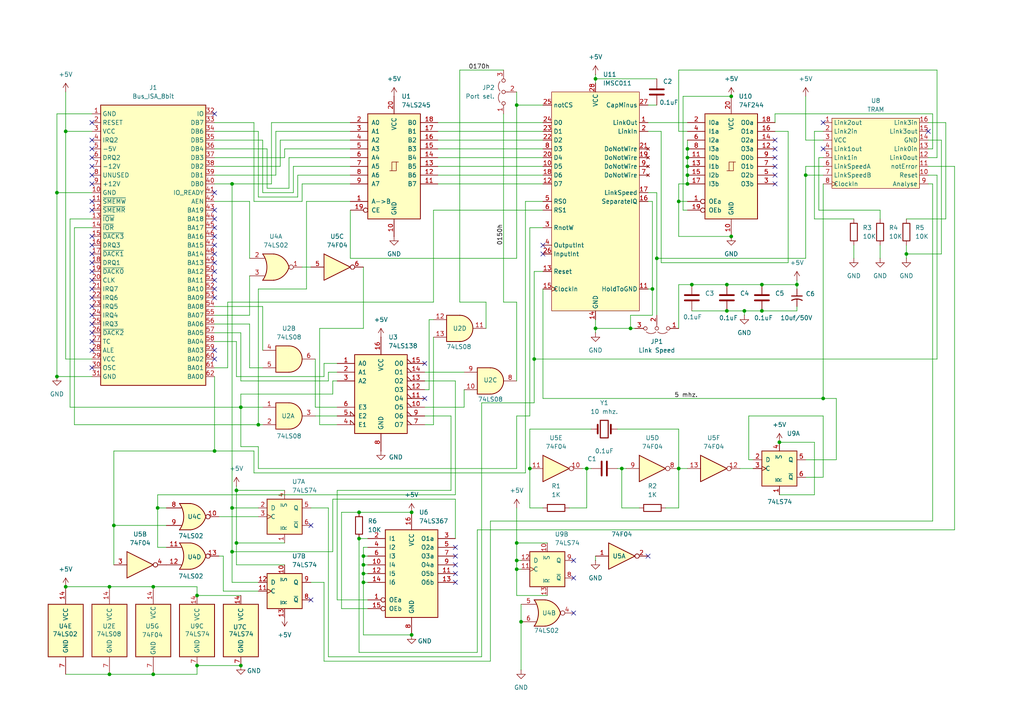
<source format=kicad_sch>
(kicad_sch (version 20250114) (generator "eeschema") (generator_version "9.0")
  (paper "A4")
  (title_block (title "Transputer ISA board") (date "Jun/02/2025") (rev "3") (company "© Copyright 2025 Oscar Toledo G. (nanochess)") (comment 1 "Released under MIT license"))
  (junction (at 16.51 109.22))
  (junction (at 172.72 95.25))
  (junction (at 154.94 104.14))
  (junction (at 151.13 180.34))
  (junction (at 69.85 118.11))
  (junction (at 44.45 195.58))
  (junction (at 19.05 170.18))
  (junction (at 69.85 193.04))
  (junction (at 68.58 142.24))
  (junction (at 220.98 82.55))
  (junction (at 62.23 130.81))
  (junction (at 212.09 27.94))
  (junction (at 67.31 147.32))
  (junction (at 105.41 161.29))
  (junction (at 199.39 48.26))
  (junction (at 105.41 168.91))
  (junction (at 180.34 135.89))
  (junction (at 105.41 166.37))
  (junction (at 199.39 53.34))
  (junction (at 19.05 38.1))
  (junction (at 74.93 123.19))
  (junction (at 233.68 50.8))
  (junction (at 33.02 152.4))
  (junction (at 199.39 45.72))
  (junction (at 199.39 43.18))
  (junction (at 170.18 135.89))
  (junction (at 210.82 90.17))
  (junction (at 189.23 83.82))
  (junction (at 210.82 82.55))
  (junction (at 149.86 30.48))
  (junction (at 104.14 156.21))
  (junction (at 67.31 53.34))
  (junction (at 119.38 184.15))
  (junction (at 57.15 193.04))
  (junction (at 196.85 58.42))
  (junction (at 182.88 95.25))
  (junction (at 44.45 170.18))
  (junction (at 220.98 90.17))
  (junction (at 31.75 170.18))
  (junction (at 149.86 165.1))
  (junction (at 105.41 163.83))
  (junction (at 231.14 82.55))
  (junction (at 119.38 148.59))
  (junction (at 153.67 135.89))
  (junction (at 262.89 73.66))
  (junction (at 45.72 147.32))
  (junction (at 57.15 172.72))
  (junction (at 215.9 90.17))
  (junction (at 212.09 68.58))
  (junction (at 190.5 74.93))
  (junction (at 172.72 22.86))
  (junction (at 104.14 148.59))
  (junction (at 226.06 128.27))
  (junction (at 149.86 162.56))
  (junction (at 149.86 157.48))
  (junction (at 16.51 55.88))
  (junction (at 238.76 115.57))
  (junction (at 200.66 82.55))
  (junction (at 196.85 135.89))
  (junction (at 68.58 157.48))
  (junction (at 31.75 195.58))
  (junction (at 67.31 160.02))
  (junction (at 199.39 50.8))
  (no_connect (at 26.67 78.74))
  (no_connect (at 224.79 53.34))
  (no_connect (at 62.23 78.74))
  (no_connect (at 26.67 106.68))
  (no_connect (at 90.17 152.4))
  (no_connect (at 90.17 173.99))
  (no_connect (at 26.67 68.58))
  (no_connect (at 26.67 50.8))
  (no_connect (at 26.67 99.06))
  (no_connect (at 26.67 40.64))
  (no_connect (at 62.23 81.28))
  (no_connect (at 157.48 73.66))
  (no_connect (at 26.67 71.12))
  (no_connect (at 62.23 66.04))
  (no_connect (at 26.67 53.34))
  (no_connect (at 26.67 96.52))
  (no_connect (at 26.67 83.82))
  (no_connect (at 166.37 177.8))
  (no_connect (at 224.79 43.18))
  (no_connect (at 26.67 81.28))
  (no_connect (at 224.79 50.8))
  (no_connect (at 26.67 93.98))
  (no_connect (at 166.37 167.64))
  (no_connect (at 26.67 58.42))
  (no_connect (at 62.23 60.96))
  (no_connect (at 132.08 168.91))
  (no_connect (at 26.67 101.6))
  (no_connect (at 26.67 43.18))
  (no_connect (at 224.79 40.64))
  (no_connect (at 269.24 38.1))
  (no_connect (at 62.23 104.14))
  (no_connect (at 62.23 83.82))
  (no_connect (at 62.23 55.88))
  (no_connect (at 187.96 161.29))
  (no_connect (at 62.23 76.2))
  (no_connect (at 62.23 71.12))
  (no_connect (at 26.67 45.72))
  (no_connect (at 123.19 105.41))
  (no_connect (at 238.76 35.56))
  (no_connect (at 62.23 101.6))
  (no_connect (at 62.23 86.36))
  (no_connect (at 26.67 76.2))
  (no_connect (at 224.79 48.26))
  (no_connect (at 62.23 33.02))
  (no_connect (at 26.67 88.9))
  (no_connect (at 26.67 60.96))
  (no_connect (at 157.48 71.12))
  (no_connect (at 26.67 48.26))
  (no_connect (at 224.79 45.72))
  (no_connect (at 132.08 158.75))
  (no_connect (at 62.23 68.58))
  (no_connect (at 26.67 91.44))
  (no_connect (at 132.08 161.29))
  (no_connect (at 26.67 73.66))
  (no_connect (at 123.19 115.57))
  (no_connect (at 62.23 63.5))
  (no_connect (at 238.76 43.18))
  (no_connect (at 26.67 35.56))
  (no_connect (at 132.08 166.37))
  (no_connect (at 166.37 162.56))
  (no_connect (at 62.23 73.66))
  (no_connect (at 132.08 163.83))
  (no_connect (at 26.67 86.36))
  (wire (pts (xy 198.12 60.96) (xy 199.39 60.96)))
  (wire (pts (xy 31.75 170.18) (xy 44.45 170.18)))
  (wire (pts (xy 187.96 35.56) (xy 199.39 35.56)))
  (wire (pts (xy 138.43 153.67) (xy 138.43 189.23)))
  (wire (pts (xy 62.23 88.9) (xy 76.2 88.9)))
  (wire (pts (xy 62.23 130.81) (xy 33.02 130.81)))
  (wire (pts (xy 153.67 124.46) (xy 153.67 135.89)))
  (wire (pts (xy 151.13 180.34) (xy 151.13 194.31)))
  (wire (pts (xy 63.5 161.29) (xy 64.77 161.29)))
  (wire (pts (xy 26.67 104.14) (xy 19.05 104.14)))
  (wire (pts (xy 271.78 50.8) (xy 271.78 104.14)))
  (wire (pts (xy 142.24 191.77) (xy 142.24 151.13)))
  (wire (pts (xy 199.39 48.26) (xy 199.39 50.8)))
  (wire (pts (xy 74.93 83.82) (xy 74.93 123.19)))
  (wire (pts (xy 127 35.56) (xy 157.48 35.56)))
  (wire (pts (xy 191.77 38.1) (xy 191.77 76.2)))
  (wire (pts (xy 133.35 87.63) (xy 140.97 87.63)))
  (wire (pts (xy 210.82 82.55) (xy 220.98 82.55)))
  (wire (pts (xy 199.39 45.72) (xy 199.39 48.26)))
  (wire (pts (xy 236.22 143.51) (xy 236.22 128.27)))
  (wire (pts (xy 157.48 115.57) (xy 238.76 115.57)))
  (wire (pts (xy 190.5 74.93) (xy 190.5 55.88)))
  (wire (pts (xy 62.23 48.26) (xy 81.28 48.26)))
  (wire (pts (xy 105.41 184.15) (xy 105.41 168.91)))
  (wire (pts (xy 157.48 83.82) (xy 157.48 115.57)))
  (wire (pts (xy 238.76 45.72) (xy 237.49 45.72)))
  (wire (pts (xy 276.86 48.26) (xy 276.86 153.67)))
  (wire (pts (xy 72.39 58.42) (xy 72.39 74.93)))
  (wire (pts (xy 73.66 35.56) (xy 73.66 58.42)))
  (wire (pts (xy 269.24 50.8) (xy 271.78 50.8)))
  (wire (pts (xy 62.23 58.42) (xy 72.39 58.42)))
  (wire (pts (xy 80.01 50.8) (xy 80.01 38.1)))
  (wire (pts (xy 189.23 83.82) (xy 189.23 58.42)))
  (wire (pts (xy 76.2 101.6) (xy 76.2 88.9)))
  (wire (pts (xy 33.02 152.4) (xy 33.02 163.83)))
  (wire (pts (xy 90.17 168.91) (xy 93.98 168.91)))
  (wire (pts (xy 179.07 124.46) (xy 196.85 124.46)))
  (wire (pts (xy 196.85 53.34) (xy 196.85 58.42)))
  (wire (pts (xy 215.9 90.17) (xy 215.9 91.44)))
  (wire (pts (xy 172.72 92.71) (xy 172.72 95.25)))
  (wire (pts (xy 105.41 168.91) (xy 106.68 168.91)))
  (wire (pts (xy 196.85 82.55) (xy 200.66 82.55)))
  (wire (pts (xy 68.58 109.22) (xy 93.98 109.22)))
  (wire (pts (xy 62.23 106.68) (xy 66.04 106.68)))
  (wire (pts (xy 68.58 157.48) (xy 68.58 163.83)))
  (wire (pts (xy 62.23 91.44) (xy 72.39 91.44)))
  (wire (pts (xy 238.76 48.26) (xy 233.68 48.26)))
  (wire (pts (xy 125.73 97.79) (xy 125.73 123.19)))
  (wire (pts (xy 270.51 33.02) (xy 224.79 33.02)))
  (wire (pts (xy 172.72 95.25) (xy 172.72 96.52)))
  (wire (pts (xy 123.19 110.49) (xy 132.08 110.49)))
  (wire (pts (xy 64.77 171.45) (xy 74.93 171.45)))
  (wire (pts (xy 86.36 57.15) (xy 86.36 50.8)))
  (wire (pts (xy 99.06 148.59) (xy 104.14 148.59)))
  (wire (pts (xy 81.28 48.26) (xy 81.28 40.64)))
  (wire (pts (xy 196.85 135.89) (xy 199.39 135.89)))
  (wire (pts (xy 67.31 160.02) (xy 96.52 160.02)))
  (wire (pts (xy 149.86 120.65) (xy 149.86 135.89)))
  (wire (pts (xy 149.86 162.56) (xy 149.86 165.1)))
  (wire (pts (xy 26.67 66.04) (xy 21.59 66.04)))
  (wire (pts (xy 199.39 43.18) (xy 199.39 45.72)))
  (wire (pts (xy 271.78 45.72) (xy 269.24 45.72)))
  (wire (pts (xy 69.85 96.52) (xy 69.85 110.49)))
  (wire (pts (xy 226.06 143.51) (xy 236.22 143.51)))
  (wire (pts (xy 196.85 135.89) (xy 196.85 147.32)))
  (wire (pts (xy 146.05 87.63) (xy 146.05 33.02)))
  (wire (pts (xy 189.23 58.42) (xy 187.96 58.42)))
  (wire (pts (xy 67.31 160.02) (xy 67.31 168.91)))
  (wire (pts (xy 199.39 50.8) (xy 199.39 53.34)))
  (wire (pts (xy 189.23 83.82) (xy 189.23 91.44)))
  (wire (pts (xy 45.72 147.32) (xy 45.72 158.75)))
  (wire (pts (xy 69.85 172.72) (xy 57.15 172.72)))
  (wire (pts (xy 196.85 68.58) (xy 212.09 68.58)))
  (wire (pts (xy 152.4 58.42) (xy 152.4 137.16)))
  (wire (pts (xy 78.74 35.56) (xy 78.74 53.34)))
  (wire (pts (xy 233.68 40.64) (xy 233.68 27.94)))
  (wire (pts (xy 69.85 110.49) (xy 95.25 110.49)))
  (wire (pts (xy 105.41 163.83) (xy 106.68 163.83)))
  (wire (pts (xy 127 48.26) (xy 157.48 48.26)))
  (wire (pts (xy 271.78 104.14) (xy 154.94 104.14)))
  (wire (pts (xy 19.05 170.18) (xy 31.75 170.18)))
  (wire (pts (xy 233.68 50.8) (xy 233.68 74.93)))
  (wire (pts (xy 62.23 45.72) (xy 82.55 45.72)))
  (wire (pts (xy 69.85 114.3) (xy 96.52 114.3)))
  (wire (pts (xy 57.15 195.58) (xy 57.15 193.04)))
  (wire (pts (xy 140.97 87.63) (xy 140.97 95.25)))
  (wire (pts (xy 62.23 99.06) (xy 68.58 99.06)))
  (wire (pts (xy 158.75 172.72) (xy 149.86 172.72)))
  (wire (pts (xy 154.94 104.14) (xy 154.94 116.84)))
  (wire (pts (xy 91.44 104.14) (xy 91.44 118.11)))
  (wire (pts (xy 78.74 53.34) (xy 67.31 53.34)))
  (wire (pts (xy 68.58 140.97) (xy 68.58 142.24)))
  (wire (pts (xy 95.25 147.32) (xy 90.17 147.32)))
  (wire (pts (xy 105.41 166.37) (xy 106.68 166.37)))
  (wire (pts (xy 127 43.18) (xy 157.48 43.18)))
  (wire (pts (xy 119.38 184.15) (xy 105.41 184.15)))
  (wire (pts (xy 220.98 82.55) (xy 231.14 82.55)))
  (wire (pts (xy 93.98 109.22) (xy 93.98 105.41)))
  (wire (pts (xy 149.86 135.89) (xy 74.93 135.89)))
  (wire (pts (xy 95.25 190.5) (xy 95.25 147.32)))
  (wire (pts (xy 81.28 40.64) (xy 101.6 40.64)))
  (wire (pts (xy 96.52 144.78) (xy 132.08 144.78)))
  (wire (pts (xy 153.67 135.89) (xy 153.67 147.32)))
  (wire (pts (xy 238.76 40.64) (xy 233.68 40.64)))
  (wire (pts (xy 62.23 38.1) (xy 74.93 38.1)))
  (wire (pts (xy 191.77 76.2) (xy 228.6 76.2)))
  (wire (pts (xy 101.6 74.93) (xy 149.86 74.93)))
  (wire (pts (xy 123.19 113.03) (xy 124.46 113.03)))
  (wire (pts (xy 77.47 54.61) (xy 83.82 54.61)))
  (wire (pts (xy 69.85 129.54) (xy 69.85 118.11)))
  (wire (pts (xy 196.85 147.32) (xy 193.04 147.32)))
  (wire (pts (xy 62.23 93.98) (xy 72.39 93.98)))
  (wire (pts (xy 66.04 87.63) (xy 125.73 87.63)))
  (wire (pts (xy 74.93 83.82) (xy 88.9 83.82)))
  (wire (pts (xy 146.05 20.32) (xy 133.35 20.32)))
  (wire (pts (xy 125.73 60.96) (xy 157.48 60.96)))
  (wire (pts (xy 149.86 157.48) (xy 158.75 157.48)))
  (wire (pts (xy 149.86 110.49) (xy 149.86 87.63)))
  (wire (pts (xy 67.31 53.34) (xy 67.31 147.32)))
  (wire (pts (xy 153.67 147.32) (xy 157.48 147.32)))
  (wire (pts (xy 96.52 110.49) (xy 96.52 114.3)))
  (wire (pts (xy 86.36 50.8) (xy 101.6 50.8)))
  (wire (pts (xy 238.76 138.43) (xy 238.76 120.65)))
  (wire (pts (xy 19.05 26.67) (xy 19.05 38.1)))
  (wire (pts (xy 270.51 151.13) (xy 270.51 53.34)))
  (wire (pts (xy 87.63 53.34) (xy 101.6 53.34)))
  (wire (pts (xy 170.18 135.89) (xy 170.18 147.32)))
  (wire (pts (xy 149.86 30.48) (xy 157.48 30.48)))
  (wire (pts (xy 96.52 160.02) (xy 96.52 144.78)))
  (wire (pts (xy 105.41 163.83) (xy 105.41 161.29)))
  (wire (pts (xy 76.2 55.88) (xy 85.09 55.88)))
  (wire (pts (xy 57.15 170.18) (xy 44.45 170.18)))
  (wire (pts (xy 105.41 166.37) (xy 105.41 163.83)))
  (wire (pts (xy 105.41 168.91) (xy 105.41 166.37)))
  (wire (pts (xy 64.77 161.29) (xy 64.77 171.45)))
  (wire (pts (xy 62.23 130.81) (xy 73.66 130.81)))
  (wire (pts (xy 233.68 74.93) (xy 190.5 74.93)))
  (wire (pts (xy 16.51 109.22) (xy 26.67 109.22)))
  (wire (pts (xy 127 50.8) (xy 157.48 50.8)))
  (wire (pts (xy 180.34 135.89) (xy 180.34 147.32)))
  (wire (pts (xy 182.88 91.44) (xy 182.88 95.25)))
  (wire (pts (xy 104.14 156.21) (xy 106.68 156.21)))
  (wire (pts (xy 231.14 81.28) (xy 231.14 82.55)))
  (wire (pts (xy 168.91 135.89) (xy 170.18 135.89)))
  (wire (pts (xy 170.18 147.32) (xy 165.1 147.32)))
  (wire (pts (xy 127 45.72) (xy 157.48 45.72)))
  (wire (pts (xy 217.17 120.65) (xy 217.17 133.35)))
  (wire (pts (xy 69.85 118.11) (xy 76.2 118.11)))
  (wire (pts (xy 196.85 58.42) (xy 196.85 68.58)))
  (wire (pts (xy 170.18 135.89) (xy 171.45 135.89)))
  (wire (pts (xy 88.9 58.42) (xy 101.6 58.42)))
  (wire (pts (xy 73.66 58.42) (xy 87.63 58.42)))
  (wire (pts (xy 139.7 190.5) (xy 95.25 190.5)))
  (wire (pts (xy 67.31 147.32) (xy 67.31 160.02)))
  (wire (pts (xy 93.98 168.91) (xy 93.98 191.77)))
  (wire (pts (xy 242.57 133.35) (xy 233.68 133.35)))
  (wire (pts (xy 91.44 118.11) (xy 97.79 118.11)))
  (wire (pts (xy 74.93 57.15) (xy 86.36 57.15)))
  (wire (pts (xy 255.27 74.93) (xy 255.27 71.12)))
  (wire (pts (xy 62.23 50.8) (xy 80.01 50.8)))
  (wire (pts (xy 16.51 55.88) (xy 16.51 109.22)))
  (wire (pts (xy 96.52 110.49) (xy 97.79 110.49)))
  (wire (pts (xy 85.09 48.26) (xy 101.6 48.26)))
  (wire (pts (xy 127 53.34) (xy 157.48 53.34)))
  (wire (pts (xy 99.06 176.53) (xy 99.06 148.59)))
  (wire (pts (xy 133.35 20.32) (xy 133.35 87.63)))
  (wire (pts (xy 20.32 118.11) (xy 69.85 118.11)))
  (wire (pts (xy 138.43 189.23) (xy 104.14 189.23)))
  (wire (pts (xy 67.31 168.91) (xy 74.93 168.91)))
  (wire (pts (xy 214.63 135.89) (xy 218.44 135.89)))
  (wire (pts (xy 21.59 66.04) (xy 21.59 123.19)))
  (wire (pts (xy 106.68 176.53) (xy 99.06 176.53)))
  (wire (pts (xy 62.23 35.56) (xy 73.66 35.56)))
  (wire (pts (xy 127 38.1) (xy 157.48 38.1)))
  (wire (pts (xy 196.85 58.42) (xy 199.39 58.42)))
  (wire (pts (xy 20.32 63.5) (xy 20.32 118.11)))
  (wire (pts (xy 31.75 195.58) (xy 44.45 195.58)))
  (wire (pts (xy 92.71 95.25) (xy 92.71 123.19)))
  (wire (pts (xy 105.41 161.29) (xy 105.41 158.75)))
  (wire (pts (xy 269.24 48.26) (xy 276.86 48.26)))
  (wire (pts (xy 196.85 95.25) (xy 196.85 82.55)))
  (wire (pts (xy 182.88 95.25) (xy 184.15 95.25)))
  (wire (pts (xy 93.98 191.77) (xy 142.24 191.77)))
  (wire (pts (xy 242.57 115.57) (xy 242.57 133.35)))
  (wire (pts (xy 62.23 109.22) (xy 62.23 130.81)))
  (wire (pts (xy 80.01 38.1) (xy 101.6 38.1)))
  (wire (pts (xy 62.23 43.18) (xy 77.47 43.18)))
  (wire (pts (xy 104.14 189.23) (xy 104.14 156.21)))
  (wire (pts (xy 172.72 21.59) (xy 172.72 22.86)))
  (wire (pts (xy 196.85 20.32) (xy 271.78 20.32)))
  (wire (pts (xy 57.15 172.72) (xy 57.15 170.18)))
  (wire (pts (xy 238.76 115.57) (xy 242.57 115.57)))
  (wire (pts (xy 199.39 38.1) (xy 196.85 38.1)))
  (wire (pts (xy 19.05 195.58) (xy 31.75 195.58)))
  (wire (pts (xy 127 40.64) (xy 157.48 40.64)))
  (wire (pts (xy 190.5 91.44) (xy 190.5 74.93)))
  (wire (pts (xy 95.25 110.49) (xy 95.25 107.95)))
  (wire (pts (xy 210.82 90.17) (xy 215.9 90.17)))
  (wire (pts (xy 233.68 50.8) (xy 238.76 50.8)))
  (wire (pts (xy 149.86 147.32) (xy 149.86 157.48)))
  (wire (pts (xy 85.09 55.88) (xy 85.09 48.26)))
  (wire (pts (xy 152.4 137.16) (xy 73.66 137.16)))
  (wire (pts (xy 238.76 53.34) (xy 238.76 115.57)))
  (wire (pts (xy 262.89 74.93) (xy 262.89 73.66)))
  (wire (pts (xy 72.39 106.68) (xy 76.2 106.68)))
  (wire (pts (xy 199.39 53.34) (xy 196.85 53.34)))
  (wire (pts (xy 95.25 107.95) (xy 97.79 107.95)))
  (wire (pts (xy 68.58 157.48) (xy 82.55 157.48)))
  (wire (pts (xy 62.23 40.64) (xy 76.2 40.64)))
  (wire (pts (xy 274.32 35.56) (xy 274.32 63.5)))
  (wire (pts (xy 236.22 63.5) (xy 247.65 63.5)))
  (wire (pts (xy 132.08 143.51) (xy 45.72 143.51)))
  (wire (pts (xy 233.68 138.43) (xy 238.76 138.43)))
  (wire (pts (xy 269.24 35.56) (xy 274.32 35.56)))
  (wire (pts (xy 153.67 66.04) (xy 153.67 120.65)))
  (wire (pts (xy 247.65 74.93) (xy 247.65 71.12)))
  (wire (pts (xy 226.06 128.27) (xy 236.22 128.27)))
  (wire (pts (xy 238.76 120.65) (xy 217.17 120.65)))
  (wire (pts (xy 130.81 120.65) (xy 130.81 142.24)))
  (wire (pts (xy 274.32 63.5) (xy 262.89 63.5)))
  (wire (pts (xy 16.51 33.02) (xy 26.67 33.02)))
  (wire (pts (xy 16.51 55.88) (xy 26.67 55.88)))
  (wire (pts (xy 123.19 120.65) (xy 130.81 120.65)))
  (wire (pts (xy 262.89 73.66) (xy 262.89 71.12)))
  (wire (pts (xy 93.98 105.41) (xy 97.79 105.41)))
  (wire (pts (xy 172.72 22.86) (xy 190.5 22.86)))
  (wire (pts (xy 77.47 43.18) (xy 77.47 54.61)))
  (wire (pts (xy 26.67 63.5) (xy 20.32 63.5)))
  (wire (pts (xy 149.86 157.48) (xy 149.86 162.56)))
  (wire (pts (xy 132.08 110.49) (xy 132.08 143.51)))
  (wire (pts (xy 142.24 151.13) (xy 270.51 151.13)))
  (wire (pts (xy 19.05 38.1) (xy 19.05 104.14)))
  (wire (pts (xy 217.17 133.35) (xy 218.44 133.35)))
  (wire (pts (xy 67.31 147.32) (xy 74.93 147.32)))
  (wire (pts (xy 68.58 99.06) (xy 68.58 109.22)))
  (wire (pts (xy 231.14 88.9) (xy 231.14 90.17)))
  (wire (pts (xy 87.63 77.47) (xy 90.17 77.47)))
  (wire (pts (xy 224.79 33.02) (xy 224.79 35.56)))
  (wire (pts (xy 68.58 163.83) (xy 82.55 163.83)))
  (wire (pts (xy 74.93 135.89) (xy 74.93 129.54)))
  (wire (pts (xy 105.41 77.47) (xy 105.41 95.25)))
  (wire (pts (xy 157.48 66.04) (xy 153.67 66.04)))
  (wire (pts (xy 72.39 80.01) (xy 72.39 91.44)))
  (wire (pts (xy 26.67 38.1) (xy 19.05 38.1)))
  (wire (pts (xy 228.6 76.2) (xy 228.6 38.1)))
  (wire (pts (xy 132.08 144.78) (xy 132.08 156.21)))
  (wire (pts (xy 270.51 43.18) (xy 270.51 33.02)))
  (wire (pts (xy 269.24 40.64) (xy 273.05 40.64)))
  (wire (pts (xy 187.96 83.82) (xy 189.23 83.82)))
  (wire (pts (xy 149.86 87.63) (xy 146.05 87.63)))
  (wire (pts (xy 271.78 20.32) (xy 271.78 45.72)))
  (wire (pts (xy 212.09 27.94) (xy 198.12 27.94)))
  (wire (pts (xy 172.72 22.86) (xy 172.72 24.13)))
  (wire (pts (xy 154.94 116.84) (xy 139.7 116.84)))
  (wire (pts (xy 62.23 96.52) (xy 69.85 96.52)))
  (wire (pts (xy 157.48 78.74) (xy 154.94 78.74)))
  (wire (pts (xy 187.96 55.88) (xy 190.5 55.88)))
  (wire (pts (xy 189.23 91.44) (xy 182.88 91.44)))
  (wire (pts (xy 73.66 137.16) (xy 73.66 130.81)))
  (wire (pts (xy 92.71 123.19) (xy 97.79 123.19)))
  (wire (pts (xy 74.93 38.1) (xy 74.93 57.15)))
  (wire (pts (xy 238.76 38.1) (xy 236.22 38.1)))
  (wire (pts (xy 105.41 158.75) (xy 106.68 158.75)))
  (wire (pts (xy 276.86 153.67) (xy 138.43 153.67)))
  (wire (pts (xy 82.55 142.24) (xy 68.58 142.24)))
  (wire (pts (xy 157.48 58.42) (xy 152.4 58.42)))
  (wire (pts (xy 199.39 40.64) (xy 199.39 43.18)))
  (wire (pts (xy 200.66 90.17) (xy 210.82 90.17)))
  (wire (pts (xy 196.85 38.1) (xy 196.85 20.32)))
  (wire (pts (xy 124.46 113.03) (xy 124.46 92.71)))
  (wire (pts (xy 220.98 90.17) (xy 231.14 90.17)))
  (wire (pts (xy 237.49 45.72) (xy 237.49 60.96)))
  (wire (pts (xy 123.19 118.11) (xy 134.62 118.11)))
  (wire (pts (xy 172.72 95.25) (xy 182.88 95.25)))
  (wire (pts (xy 104.14 148.59) (xy 119.38 148.59)))
  (wire (pts (xy 97.79 173.99) (xy 106.68 173.99)))
  (wire (pts (xy 180.34 135.89) (xy 181.61 135.89)))
  (wire (pts (xy 82.55 45.72) (xy 82.55 43.18)))
  (wire (pts (xy 179.07 135.89) (xy 180.34 135.89)))
  (wire (pts (xy 21.59 123.19) (xy 74.93 123.19)))
  (wire (pts (xy 45.72 143.51) (xy 45.72 147.32)))
  (wire (pts (xy 187.96 38.1) (xy 191.77 38.1)))
  (wire (pts (xy 215.9 90.17) (xy 220.98 90.17)))
  (wire (pts (xy 63.5 149.86) (xy 74.93 149.86)))
  (wire (pts (xy 273.05 73.66) (xy 262.89 73.66)))
  (wire (pts (xy 255.27 60.96) (xy 255.27 63.5)))
  (wire (pts (xy 149.86 26.67) (xy 149.86 30.48)))
  (wire (pts (xy 180.34 147.32) (xy 185.42 147.32)))
  (wire (pts (xy 33.02 130.81) (xy 33.02 152.4)))
  (wire (pts (xy 83.82 54.61) (xy 83.82 45.72)))
  (wire (pts (xy 139.7 116.84) (xy 139.7 190.5)))
  (wire (pts (xy 231.14 82.55) (xy 231.14 83.82)))
  (wire (pts (xy 200.66 82.55) (xy 210.82 82.55)))
  (wire (pts (xy 97.79 142.24) (xy 97.79 173.99)))
  (wire (pts (xy 270.51 53.34) (xy 269.24 53.34)))
  (wire (pts (xy 74.93 129.54) (xy 69.85 129.54)))
  (wire (pts (xy 151.13 175.26) (xy 151.13 180.34)))
  (wire (pts (xy 130.81 142.24) (xy 97.79 142.24)))
  (wire (pts (xy 125.73 123.19) (xy 123.19 123.19)))
  (wire (pts (xy 154.94 78.74) (xy 154.94 104.14)))
  (wire (pts (xy 33.02 152.4) (xy 48.26 152.4)))
  (wire (pts (xy 153.67 120.65) (xy 149.86 120.65)))
  (wire (pts (xy 69.85 118.11) (xy 69.85 114.3)))
  (wire (pts (xy 72.39 93.98) (xy 72.39 106.68)))
  (wire (pts (xy 45.72 147.32) (xy 48.26 147.32)))
  (wire (pts (xy 76.2 40.64) (xy 76.2 55.88)))
  (wire (pts (xy 16.51 33.02) (xy 16.51 55.88)))
  (wire (pts (xy 273.05 40.64) (xy 273.05 73.66)))
  (wire (pts (xy 149.86 165.1) (xy 151.13 165.1)))
  (wire (pts (xy 149.86 74.93) (xy 149.86 30.48)))
  (wire (pts (xy 105.41 95.25) (xy 92.71 95.25)))
  (wire (pts (xy 124.46 92.71) (xy 125.73 92.71)))
  (wire (pts (xy 83.82 45.72) (xy 101.6 45.72)))
  (wire (pts (xy 78.74 35.56) (xy 101.6 35.56)))
  (wire (pts (xy 198.12 27.94) (xy 198.12 60.96)))
  (wire (pts (xy 237.49 60.96) (xy 255.27 60.96)))
  (wire (pts (xy 57.15 193.04) (xy 69.85 193.04)))
  (wire (pts (xy 153.67 124.46) (xy 171.45 124.46)))
  (wire (pts (xy 134.62 113.03) (xy 134.62 118.11)))
  (wire (pts (xy 149.86 165.1) (xy 149.86 172.72)))
  (wire (pts (xy 44.45 195.58) (xy 57.15 195.58)))
  (wire (pts (xy 101.6 60.96) (xy 101.6 74.93)))
  (wire (pts (xy 172.72 161.29) (xy 172.72 162.56)))
  (wire (pts (xy 88.9 58.42) (xy 88.9 83.82)))
  (wire (pts (xy 233.68 48.26) (xy 233.68 50.8)))
  (wire (pts (xy 236.22 38.1) (xy 236.22 63.5)))
  (wire (pts (xy 224.79 38.1) (xy 228.6 38.1)))
  (wire (pts (xy 45.72 158.75) (xy 48.26 158.75)))
  (wire (pts (xy 82.55 43.18) (xy 101.6 43.18)))
  (wire (pts (xy 91.44 120.65) (xy 97.79 120.65)))
  (wire (pts (xy 66.04 106.68) (xy 66.04 87.63)))
  (wire (pts (xy 74.93 123.19) (xy 76.2 123.19)))
  (wire (pts (xy 187.96 30.48) (xy 190.5 30.48)))
  (wire (pts (xy 68.58 142.24) (xy 68.58 157.48)))
  (wire (pts (xy 270.51 43.18) (xy 269.24 43.18)))
  (wire (pts (xy 125.73 60.96) (xy 125.73 87.63)))
  (wire (pts (xy 67.31 53.34) (xy 62.23 53.34)))
  (wire (pts (xy 196.85 124.46) (xy 196.85 135.89)))
  (wire (pts (xy 123.19 107.95) (xy 134.62 107.95)))
  (wire (pts (xy 87.63 58.42) (xy 87.63 53.34)))
  (wire (pts (xy 149.86 162.56) (xy 151.13 162.56)))
  (wire (pts (xy 105.41 161.29) (xy 106.68 161.29)))
  (label "5 mhz." (at 195.58 115.57 0))
  (label "0150h" (at 146.05 71.12 90))
  (label "0170h" (at 135.89 20.32 0))
  (symbol (lib_id "74xx:74LS367") (at 119.38 166.37 0) (unit 1)
    (property "Reference" "U6" (at 121.5233 148.59 0) (effects (justify left)))
    (property "Value" "74LS367" (at 121.5233 151.13 0) (effects (justify left)))
    (property "Datasheet" "http://www.ti.com/lit/gpn/sn74LS367" (effects (hide yes)))
    (property "Description" "Hex Bus Driver 3-state outputs" (effects (hide yes)))
  )
  (symbol (lib_id "power:GND") (at 69.85 193.04 0) (unit 1)
    (property "Reference" "#PWR022" (effects (hide yes)))
    (property "Value" "GND" (at 73.66 194.564 0))
    (property "Description" "Power symbol creates a global label with name \"GND\" , ground" (effects (hide yes)))
  )
  (symbol (lib_id "74xx:74LS04") (at 161.29 135.89 0) (unit 5)
    (property "Reference" "U5" (at 161.29 127 0))
    (property "Value" "74F04" (at 161.29 129.54 0))
    (property "Footprint" "Package_DIP:DIP-14_W7.62mm" (effects (hide yes)))
    (property "Datasheet" "http://www.ti.com/lit/gpn/sn74LS04" (effects (hide yes)))
    (property "Description" "Hex Inverter" (effects (hide yes)))
  )
  (symbol (lib_id "Device:C") (at 175.26 135.89 90) (unit 1)
    (property "Reference" "C1" (at 171.704 133.096 90))
    (property "Value" "0.1uF" (at 175.26 130.81 90))
    (property "Footprint" "Capacitor_THT:C_Disc_D4.3mm_W1.9mm_P5.00mm" (effects (hide yes)))
    (property "Description" "Unpolarized capacitor" (effects (hide yes)))
  )
  (symbol (lib_id "74xx:74LS74") (at 69.85 182.88 0) (unit 3)
    (property "Reference" "U7" (at 67.564 181.864 0) (effects (justify left)))
    (property "Value" "74LS74" (at 66.294 183.896 0) (effects (justify left)))
    (property "Footprint" "Package_DIP:DIP-14_W7.62mm" (effects (hide yes)))
    (property "Datasheet" "74xx/74hc_hct74.pdf" (effects (hide yes)))
    (property "Description" "Dual D Flip-flop, Set & Reset" (effects (hide yes)))
  )
  (symbol (lib_id "74xx:74LS04") (at 97.79 77.47 0) (unit 3)
    (property "Reference" "U5" (at 97.79 68.58 0))
    (property "Value" "74F04" (at 97.79 71.12 0))
    (property "Footprint" "Package_DIP:DIP-14_W7.62mm" (effects (hide yes)))
    (property "Datasheet" "http://www.ti.com/lit/gpn/sn74LS04" (effects (hide yes)))
    (property "Description" "Hex Inverter" (effects (hide yes)))
  )
  (symbol (lib_id "74xx:74LS74") (at 82.55 171.45 0) (unit 2)
    (property "Reference" "U7" (at 84.6933 161.29 0) (effects (justify left)))
    (property "Value" "74LS74" (at 84.6933 163.83 0) (effects (justify left)))
    (property "Footprint" "Package_DIP:DIP-14_W7.62mm" (effects (hide yes)))
    (property "Datasheet" "74xx/74hc_hct74.pdf" (effects (hide yes)))
    (property "Description" "Dual D Flip-flop, Set & Reset" (effects (hide yes)))
  )
  (symbol (lib_id "74xx:74LS02") (at 19.05 182.88 0) (unit 5)
    (property "Reference" "U4" (at 17.018 181.61 0) (effects (justify left)))
    (property "Value" "74LS02" (at 15.24 183.896 0) (effects (justify left)))
    (property "Footprint" "Package_DIP:DIP-14_W7.62mm" (effects (hide yes)))
    (property "Datasheet" "http://www.ti.com/lit/gpn/sn74ls02" (effects (hide yes)))
    (property "Description" "quad 2-input NOR gate" (effects (hide yes)))
  )
  (symbol (lib_id "Device:C") (at 220.98 86.36 0) (unit 1)
    (property "Reference" "C5" (at 224.79 85.0899 0) (effects (justify left)))
    (property "Value" "0.1uF" (at 218.694 92.202 0) (effects (justify left)))
    (property "Footprint" "Capacitor_THT:C_Disc_D4.3mm_W1.9mm_P5.00mm" (effects (hide yes)))
    (property "Description" "Unpolarized capacitor" (effects (hide yes)))
  )
  (symbol (lib_id "74xx:74LS04") (at 44.45 182.88 0) (unit 7)
    (property "Reference" "U5" (at 42.164 181.61 0) (effects (justify left)))
    (property "Value" "74F04" (at 41.148 184.15 0) (effects (justify left)))
    (property "Footprint" "Package_DIP:DIP-14_W7.62mm" (effects (hide yes)))
    (property "Datasheet" "http://www.ti.com/lit/gpn/sn74LS04" (effects (hide yes)))
    (property "Description" "Hex Inverter" (effects (hide yes)))
  )
  (symbol (lib_id "power:+5V") (at 212.09 27.94 0) (unit 1)
    (property "Reference" "#PWR012" (effects (hide yes)))
    (property "Value" "+5V" (at 212.09 22.86 0))
    (property "Description" "Power symbol creates a global label with name \"+5V\"" (effects (hide yes)))
  )
  (symbol (lib_id "power:+5V") (at 119.38 148.59 0) (unit 1)
    (property "Reference" "#PWR018" (effects (hide yes)))
    (property "Value" "+5V" (at 119.38 143.51 0))
    (property "Description" "Power symbol creates a global label with name \"+5V\"" (effects (hide yes)))
  )
  (symbol (lib_id "power:+5V") (at 226.06 128.27 0) (unit 1)
    (property "Reference" "#PWR07" (effects (hide yes)))
    (property "Value" "+5V" (at 226.06 123.19 0))
    (property "Description" "Power symbol creates a global label with name \"+5V\"" (effects (hide yes)))
  )
  (symbol (lib_id "power:GND") (at 172.72 162.56 0) (unit 1)
    (property "Reference" "#PWR025" (effects (hide yes)))
    (property "Value" "GND" (at 172.72 167.64 0))
    (property "Description" "Power symbol creates a global label with name \"GND\" , ground" (effects (hide yes)))
  )
  (symbol (lib_id "Device:R") (at 189.23 147.32 90) (unit 1)
    (property "Reference" "R2" (at 189.23 140.97 90))
    (property "Value" "1K" (at 189.23 143.51 90))
    (property "Footprint" "Resistor_THT:R_Axial_DIN0207_L6.3mm_D2.5mm_P7.62mm_Horizontal" (effects (hide yes)))
    (property "Description" "Resistor" (effects (hide yes)))
  )
  (symbol (lib_id "74xx:74LS02") (at 55.88 161.29 0) (unit 4)
    (property "Reference" "U4" (at 56.388 161.544 0))
    (property "Value" "74LS02" (at 55.372 167.132 0))
    (property "Footprint" "Package_DIP:DIP-14_W7.62mm" (effects (hide yes)))
    (property "Datasheet" "http://www.ti.com/lit/gpn/sn74ls02" (effects (hide yes)))
    (property "Description" "quad 2-input NOR gate" (effects (hide yes)))
  )
  (symbol (lib_id "74xx:74LS74") (at 57.15 182.88 0) (unit 3)
    (property "Reference" "U9" (at 55.118 181.61 0) (effects (justify left)))
    (property "Value" "74LS74" (at 53.594 183.896 0) (effects (justify left)))
    (property "Footprint" "Package_DIP:DIP-14_W7.62mm" (effects (hide yes)))
    (property "Datasheet" "74xx/74hc_hct74.pdf" (effects (hide yes)))
    (property "Description" "Dual D Flip-flop, Set & Reset" (effects (hide yes)))
  )
  (symbol (lib_id "Jumper:Jumper_3_Open") (at 190.5 95.25 180) (unit 1) (in_bom no)
    (property "Reference" "JP1" (at 190.5 99.06 0))
    (property "Value" "Link Speed" (at 190.5 101.6 0))
    (property "Footprint" "Connector_PinHeader_2.54mm:PinHeader_1x03_P2.54mm_Vertical" (effects (hide yes)))
    (property "Description" "Jumper, 3-pole, both open" (effects (hide yes)))
  )
  (symbol (lib_id "Device:R") (at 255.27 67.31 0) (unit 1)
    (property "Reference" "R4" (at 257.81 66.0399 0) (effects (justify left)))
    (property "Value" "10K" (at 257.81 68.5799 0) (effects (justify left)))
    (property "Footprint" "Resistor_THT:R_Axial_DIN0207_L6.3mm_D2.5mm_P7.62mm_Horizontal" (effects (hide yes)))
    (property "Description" "Resistor" (effects (hide yes)))
  )
  (symbol (lib_id "Device:C_Small_US") (at 231.14 86.36 0) (unit 1)
    (property "Reference" "C6" (at 233.68 85.2169 0) (effects (justify left)))
    (property "Value" "10uf/50V" (at 226.314 92.202 0) (effects (justify left)))
    (property "Footprint" "Capacitor_THT:CP_Radial_Tantal_D4.5mm_P2.50mm" (effects (hide yes)))
    (property "Description" "capacitor, small US symbol" (effects (hide yes)))
  )
  (symbol (lib_id "Inmos:IMSC011") (at 172.72 55.88 0) (unit 1)
    (property "Reference" "U11" (at 174.8633 21.59 0) (effects (justify left)))
    (property "Value" "IMSC011" (at 174.8633 24.13 0) (effects (justify left)))
    (property "Footprint" "Package_DIP:DIP-28_W15.24mm" (effects (hide yes)))
  )
  (symbol (lib_id "power:+5V") (at 233.68 27.94 0) (unit 1)
    (property "Reference" "#PWR014" (effects (hide yes)))
    (property "Value" "+5V" (at 233.68 22.86 0))
    (property "Description" "Power symbol creates a global label with name \"+5V\"" (effects (hide yes)))
  )
  (symbol (lib_id "74xx:74LS04") (at 207.01 135.89 0) (unit 6)
    (property "Reference" "U5" (at 207.01 127 0))
    (property "Value" "74F04" (at 207.01 129.54 0))
    (property "Footprint" "Package_DIP:DIP-14_W7.62mm" (effects (hide yes)))
    (property "Datasheet" "http://www.ti.com/lit/gpn/sn74LS04" (effects (hide yes)))
    (property "Description" "Hex Inverter" (effects (hide yes)))
  )
  (symbol (lib_id "74xx:74LS02") (at 158.75 177.8 0) (unit 2)
    (property "Reference" "U4" (at 159.258 177.8 0))
    (property "Value" "74LS02" (at 158.496 182.88 0))
    (property "Footprint" "Package_DIP:DIP-14_W7.62mm" (effects (hide yes)))
    (property "Datasheet" "http://www.ti.com/lit/gpn/sn74ls02" (effects (hide yes)))
    (property "Description" "quad 2-input NOR gate" (effects (hide yes)))
  )
  (symbol (lib_id "74xx:74LS08") (at 83.82 104.14 0) (unit 2)
    (property "Reference" "U2" (at 83.8117 95.25 0))
    (property "Value" "74LS08" (at 83.8117 97.79 0))
    (property "Footprint" "Package_DIP:DIP-14_W7.62mm" (effects (hide yes)))
    (property "Datasheet" "http://www.ti.com/lit/gpn/sn74LS08" (effects (hide yes)))
    (property "Description" "Quad And2" (effects (hide yes)))
  )
  (symbol (lib_id "power:GND") (at 151.13 194.31 0) (unit 1)
    (property "Reference" "#PWR024" (effects (hide yes)))
    (property "Value" "GND" (at 151.13 199.39 0))
    (property "Description" "Power symbol creates a global label with name \"GND\" , ground" (effects (hide yes)))
  )
  (symbol (lib_id "power:GND") (at 119.38 184.15 0) (unit 1)
    (property "Reference" "#PWR019" (effects (hide yes)))
    (property "Value" "GND" (at 123.19 185.928 0))
    (property "Description" "Power symbol creates a global label with name \"GND\" , ground" (effects (hide yes)))
  )
  (symbol (lib_id "Device:R") (at 262.89 67.31 0) (unit 1)
    (property "Reference" "R5" (at 265.43 66.0399 0) (effects (justify left)))
    (property "Value" "10K" (at 265.43 68.5799 0) (effects (justify left)))
    (property "Footprint" "Resistor_THT:R_Axial_DIN0207_L6.3mm_D2.5mm_P7.62mm_Horizontal" (effects (hide yes)))
    (property "Description" "Resistor" (effects (hide yes)))
  )
  (symbol (lib_id "Device:C") (at 210.82 86.36 0) (unit 1)
    (property "Reference" "C4" (at 214.63 85.0899 0) (effects (justify left)))
    (property "Value" "0.1uF" (at 208.534 92.202 0) (effects (justify left)))
    (property "Footprint" "Capacitor_THT:C_Disc_D4.3mm_W1.9mm_P5.00mm" (effects (hide yes)))
    (property "Description" "Unpolarized capacitor" (effects (hide yes)))
  )
  (symbol (lib_id "74xx:74LS08") (at 31.75 182.88 0) (unit 5)
    (property "Reference" "U2" (at 29.718 181.61 0) (effects (justify left)))
    (property "Value" "74LS08" (at 27.94 183.896 0) (effects (justify left)))
    (property "Footprint" "Package_DIP:DIP-14_W7.62mm" (effects (hide yes)))
    (property "Datasheet" "http://www.ti.com/lit/gpn/sn74LS08" (effects (hide yes)))
    (property "Description" "Quad And2" (effects (hide yes)))
  )
  (symbol (lib_id "power:+5V") (at 19.05 170.18 0) (unit 1)
    (property "Reference" "#PWR021" (effects (hide yes)))
    (property "Value" "+5V" (at 19.05 165.1 0))
    (property "Description" "Power symbol creates a global label with name \"+5V\"" (effects (hide yes)))
  )
  (symbol (lib_id "74xx:74LS08") (at 142.24 110.49 0) (unit 3)
    (property "Reference" "U2" (at 142.24 110.236 0))
    (property "Value" "74LS08" (at 142.24 115.824 0))
    (property "Footprint" "Package_DIP:DIP-14_W7.62mm" (effects (hide yes)))
    (property "Datasheet" "http://www.ti.com/lit/gpn/sn74LS08" (effects (hide yes)))
    (property "Description" "Quad And2" (effects (hide yes)))
  )
  (symbol (lib_id "power:+5V") (at 231.14 81.28 0) (unit 1)
    (property "Reference" "#PWR027" (effects (hide yes)))
    (property "Value" "+5V" (at 231.14 76.2 0))
    (property "Description" "Power symbol creates a global label with name \"+5V\"" (effects (hide yes)))
  )
  (symbol (lib_id "power:+5V") (at 172.72 21.59 0) (unit 1)
    (property "Reference" "#PWR010" (effects (hide yes)))
    (property "Value" "+5V" (at 172.72 16.51 0))
    (property "Description" "Power symbol creates a global label with name \"+5V\"" (effects (hide yes)))
  )
  (symbol (lib_id "power:+5V") (at 68.58 140.97 0) (unit 1)
    (property "Reference" "#PWR08" (effects (hide yes)))
    (property "Value" "+5V" (at 68.58 135.89 0))
    (property "Description" "Power symbol creates a global label with name \"+5V\"" (effects (hide yes)))
  )
  (symbol (lib_id "power:GND") (at 247.65 74.93 0) (unit 1)
    (property "Reference" "#PWR015" (effects (hide yes)))
    (property "Value" "GND" (at 247.65 80.01 0))
    (property "Description" "Power symbol creates a global label with name \"GND\" , ground" (effects (hide yes)))
  )
  (symbol (lib_id "power:GND") (at 215.9 91.44 0) (unit 1)
    (property "Reference" "#PWR026" (effects (hide yes)))
    (property "Value" "GND" (at 215.9 96.52 0))
    (property "Description" "Power symbol creates a global label with name \"GND\" , ground" (effects (hide yes)))
  )
  (symbol (lib_id "74xx:74LS74") (at 82.55 149.86 0) (unit 1)
    (property "Reference" "U7" (at 84.6933 139.7 0) (effects (justify left)))
    (property "Value" "74LS74" (at 84.6933 142.24 0) (effects (justify left)))
    (property "Footprint" "Package_DIP:DIP-14_W7.62mm" (effects (hide yes)))
    (property "Datasheet" "74xx/74hc_hct74.pdf" (effects (hide yes)))
    (property "Description" "Dual D Flip-flop, Set & Reset" (effects (hide yes)))
  )
  (symbol (lib_id "power:GND") (at 110.49 130.81 0) (unit 1)
    (property "Reference" "#PWR06" (effects (hide yes)))
    (property "Value" "GND" (at 114.808 132.588 0))
    (property "Description" "Power symbol creates a global label with name \"GND\" , ground" (effects (hide yes)))
  )
  (symbol (lib_id "power:+5V") (at 114.3 27.94 0) (unit 1)
    (property "Reference" "#PWR04" (effects (hide yes)))
    (property "Value" "+5V" (at 114.3 22.86 0))
    (property "Description" "Power symbol creates a global label with name \"+5V\"" (effects (hide yes)))
  )
  (symbol (lib_id "74xx:74LS02") (at 80.01 77.47 0) (unit 1)
    (property "Reference" "U4" (at 80.01 68.58 0))
    (property "Value" "74LS02" (at 80.01 71.12 0))
    (property "Footprint" "Package_DIP:DIP-14_W7.62mm" (effects (hide yes)))
    (property "Datasheet" "http://www.ti.com/lit/gpn/sn74ls02" (effects (hide yes)))
    (property "Description" "quad 2-input NOR gate" (effects (hide yes)))
  )
  (symbol (lib_id "74xx:74LS04") (at 40.64 163.83 0) (unit 2)
    (property "Reference" "U5" (at 40.64 154.94 0))
    (property "Value" "74F04" (at 40.64 157.48 0))
    (property "Footprint" "Package_DIP:DIP-14_W7.62mm" (effects (hide yes)))
    (property "Datasheet" "http://www.ti.com/lit/gpn/sn74LS04" (effects (hide yes)))
    (property "Description" "Hex Inverter" (effects (hide yes)))
  )
  (symbol (lib_id "74xx:74LS74") (at 158.75 165.1 0) (unit 2)
    (property "Reference" "U9" (at 160.8933 154.94 0) (effects (justify left)))
    (property "Value" "74LS74" (at 160.8933 157.48 0) (effects (justify left)))
    (property "Footprint" "Package_DIP:DIP-14_W7.62mm" (effects (hide yes)))
    (property "Datasheet" "74xx/74hc_hct74.pdf" (effects (hide yes)))
    (property "Description" "Dual D Flip-flop, Set & Reset" (effects (hide yes)))
  )
  (symbol (lib_id "Inmos:TRAM") (at 254 43.18 0) (unit 1)
    (property "Reference" "U8" (at 254 29.21 0))
    (property "Value" "TRAM" (at 254 31.75 0))
    (property "Footprint" "Inmos:TRAM" (effects (hide yes)))
  )
  (symbol (lib_id "74xx:74LS245") (at 114.3 48.26 0) (unit 1)
    (property "Reference" "U1" (at 116.4433 27.94 0) (effects (justify left)))
    (property "Value" "74LS245" (at 116.4433 30.48 0) (effects (justify left)))
    (property "Footprint" "Package_DIP:DIP-20_W7.62mm" (effects (hide yes)))
    (property "Datasheet" "http://www.ti.com/lit/gpn/sn74LS245" (effects (hide yes)))
    (property "Description" "Octal BUS Transceivers, 3-State outputs" (effects (hide yes)))
  )
  (symbol (lib_id "Device:C") (at 200.66 86.36 0) (unit 1)
    (property "Reference" "C3" (at 204.47 85.0899 0) (effects (justify left)))
    (property "Value" "0.1uF" (at 198.12 91.948 0) (effects (justify left)))
    (property "Footprint" "Capacitor_THT:C_Disc_D4.3mm_W1.9mm_P5.00mm" (effects (hide yes)))
    (property "Description" "Unpolarized capacitor" (effects (hide yes)))
  )
  (symbol (lib_id "Device:R") (at 247.65 67.31 0) (unit 1)
    (property "Reference" "R3" (at 250.19 66.0399 0) (effects (justify left)))
    (property "Value" "10K" (at 250.19 68.5799 0) (effects (justify left)))
    (property "Footprint" "Resistor_THT:R_Axial_DIN0207_L6.3mm_D2.5mm_P7.62mm_Horizontal" (effects (hide yes)))
    (property "Description" "Resistor" (effects (hide yes)))
  )
  (symbol (lib_id "power:GND") (at 262.89 74.93 0) (unit 1)
    (property "Reference" "#PWR017" (effects (hide yes)))
    (property "Value" "GND" (at 262.89 80.01 0))
    (property "Description" "Power symbol creates a global label with name \"GND\" , ground" (effects (hide yes)))
  )
  (symbol (lib_id "power:GND") (at 114.3 68.58 0) (unit 1)
    (property "Reference" "#PWR03" (effects (hide yes)))
    (property "Value" "GND" (at 114.3 73.66 0))
    (property "Description" "Power symbol creates a global label with name \"GND\" , ground" (effects (hide yes)))
  )
  (symbol (lib_id "power:+5V") (at 82.55 179.07 180) (unit 1)
    (property "Reference" "#PWR020" (effects (hide yes)))
    (property "Value" "+5V" (at 82.55 184.15 0))
    (property "Description" "Power symbol creates a global label with name \"+5V\"" (effects (hide yes)))
  )
  (symbol (lib_id "74xx:74LS74") (at 226.06 135.89 0) (unit 1)
    (property "Reference" "U9" (at 228.2033 125.73 0) (effects (justify left)))
    (property "Value" "74LS74" (at 222.504 145.542 0) (effects (justify left)))
    (property "Footprint" "Package_DIP:DIP-14_W7.62mm" (effects (hide yes)))
    (property "Datasheet" "74xx/74hc_hct74.pdf" (effects (hide yes)))
    (property "Description" "Dual D Flip-flop, Set & Reset" (effects (hide yes)))
  )
  (symbol (lib_id "74xx:74LS02") (at 55.88 149.86 0) (unit 3)
    (property "Reference" "U4" (at 56.388 149.86 0))
    (property "Value" "74LS02" (at 55.372 155.448 0))
    (property "Footprint" "Package_DIP:DIP-14_W7.62mm" (effects (hide yes)))
    (property "Datasheet" "http://www.ti.com/lit/gpn/sn74ls02" (effects (hide yes)))
    (property "Description" "quad 2-input NOR gate" (effects (hide yes)))
  )
  (symbol (lib_id "74xx:74LS08") (at 83.82 120.65 0) (unit 1)
    (property "Reference" "U2" (at 83.566 120.65 0))
    (property "Value" "74LS08" (at 83.82 126.492 0))
    (property "Footprint" "Package_DIP:DIP-14_W7.62mm" (effects (hide yes)))
    (property "Datasheet" "http://www.ti.com/lit/gpn/sn74LS08" (effects (hide yes)))
    (property "Description" "Quad And2" (effects (hide yes)))
  )
  (symbol (lib_id "Connector:Bus_ISA_8bit") (at 44.45 71.12 0) (unit 1)
    (property "Reference" "J1" (at 44.45 25.4 0))
    (property "Value" "Bus_ISA_8bit" (at 44.45 27.94 0))
    (property "Footprint" "Custom:Conn_Edge_PCB_ISA8" (effects (hide yes)))
    (property "Datasheet" "https://en.wikipedia.org/wiki/Industry_Standard_Architecture" (effects (hide yes)))
    (property "Description" "8-bit ISA-PC bus connector" (effects (hide yes)))
  )
  (symbol (lib_id "power:GND") (at 172.72 96.52 0) (unit 1)
    (property "Reference" "#PWR09" (effects (hide yes)))
    (property "Value" "GND" (at 172.72 101.6 0))
    (property "Description" "Power symbol creates a global label with name \"GND\" , ground" (effects (hide yes)))
  )
  (symbol (lib_id "74xx:74LS04") (at 180.34 161.29 0) (unit 1)
    (property "Reference" "U5" (at 179.578 161.29 0))
    (property "Value" "74F04" (at 180.34 154.94 0))
    (property "Footprint" "Package_DIP:DIP-14_W7.62mm" (effects (hide yes)))
    (property "Datasheet" "http://www.ti.com/lit/gpn/sn74LS04" (effects (hide yes)))
    (property "Description" "Hex Inverter" (effects (hide yes)))
  )
  (symbol (lib_id "power:GND") (at 255.27 74.93 0) (unit 1)
    (property "Reference" "#PWR016" (effects (hide yes)))
    (property "Value" "GND" (at 255.27 80.01 0))
    (property "Description" "Power symbol creates a global label with name \"GND\" , ground" (effects (hide yes)))
  )
  (symbol (lib_id "Jumper:Jumper_3_Open") (at 146.05 26.67 90) (unit 1) (in_bom no)
    (property "Reference" "JP2" (at 143.51 25.3999 90) (effects (justify left)))
    (property "Value" "Port sel." (at 143.51 27.9399 90) (effects (justify left)))
    (property "Footprint" "Connector_PinHeader_2.54mm:PinHeader_1x03_P2.54mm_Vertical" (effects (hide yes)))
    (property "Description" "Jumper, 3-pole, both open" (effects (hide yes)))
  )
  (symbol (lib_id "Device:C") (at 190.5 26.67 0) (unit 1)
    (property "Reference" "C2" (at 192.278 23.622 0) (effects (justify left)))
    (property "Value" "0.1uF" (at 191.262 29.718 0) (effects (justify left)))
    (property "Footprint" "Capacitor_THT:C_Disc_D4.3mm_W1.9mm_P5.00mm" (effects (hide yes)))
    (property "Description" "Unpolarized capacitor" (effects (hide yes)))
  )
  (symbol (lib_id "power:GND") (at 212.09 68.58 0) (unit 1)
    (property "Reference" "#PWR011" (effects (hide yes)))
    (property "Value" "GND" (at 212.09 73.66 0))
    (property "Description" "Power symbol creates a global label with name \"GND\" , ground" (effects (hide yes)))
  )
  (symbol (lib_id "power:+5V") (at 110.49 97.79 0) (unit 1)
    (property "Reference" "#PWR05" (effects (hide yes)))
    (property "Value" "+5V" (at 110.49 92.71 0))
    (property "Description" "Power symbol creates a global label with name \"+5V\"" (effects (hide yes)))
  )
  (symbol (lib_id "74xx:74LS04") (at 189.23 135.89 0) (unit 4)
    (property "Reference" "U5" (at 189.23 127 0))
    (property "Value" "74F04" (at 189.23 129.54 0))
    (property "Footprint" "Package_DIP:DIP-14_W7.62mm" (effects (hide yes)))
    (property "Datasheet" "http://www.ti.com/lit/gpn/sn74LS04" (effects (hide yes)))
    (property "Description" "Hex Inverter" (effects (hide yes)))
  )
  (symbol (lib_id "power:+5V") (at 19.05 26.67 0) (unit 1)
    (property "Reference" "#PWR02" (effects (hide yes)))
    (property "Value" "+5V" (at 19.05 21.59 0))
    (property "Description" "Power symbol creates a global label with name \"+5V\"" (effects (hide yes)))
  )
  (symbol (lib_id "Device:R") (at 104.14 152.4 0) (unit 1)
    (property "Reference" "R6" (at 106.68 151.1299 0) (effects (justify left)))
    (property "Value" "10K" (at 106.68 153.6699 0) (effects (justify left)))
    (property "Footprint" "Resistor_THT:R_Axial_DIN0207_L6.3mm_D2.5mm_P7.62mm_Horizontal" (effects (hide yes)))
    (property "Description" "Resistor" (effects (hide yes)))
  )
  (symbol (lib_id "74xx:74LS08") (at 133.35 95.25 0) (unit 4)
    (property "Reference" "U2" (at 133.35 95.25 0))
    (property "Value" "74LS08" (at 133.096 100.584 0))
    (property "Footprint" "Package_DIP:DIP-14_W7.62mm" (effects (hide yes)))
    (property "Datasheet" "http://www.ti.com/lit/gpn/sn74LS08" (effects (hide yes)))
    (property "Description" "Quad And2" (effects (hide yes)))
  )
  (symbol (lib_id "Device:R") (at 161.29 147.32 90) (unit 1)
    (property "Reference" "R1" (at 161.29 140.97 90))
    (property "Value" "1K" (at 161.29 143.51 90))
    (property "Footprint" "Resistor_THT:R_Axial_DIN0207_L6.3mm_D2.5mm_P7.62mm_Horizontal" (effects (hide yes)))
    (property "Description" "Resistor" (effects (hide yes)))
  )
  (symbol (lib_id "74xx:74LS138") (at 110.49 113.03 0) (unit 1)
    (property "Reference" "U3" (at 112.6333 97.79 0) (effects (justify left)))
    (property "Value" "74LS138" (at 112.6333 100.33 0) (effects (justify left)))
    (property "Footprint" "Package_DIP:DIP-16_W7.62mm" (effects (hide yes)))
    (property "Datasheet" "http://www.ti.com/lit/gpn/sn74LS138" (effects (hide yes)))
    (property "Description" "Decoder 3 to 8 active low outputs" (effects (hide yes)))
  )
  (symbol (lib_id "Device:Crystal") (at 175.26 124.46 0) (unit 1)
    (property "Reference" "Y1" (at 175.26 116.84 0))
    (property "Value" "10 mhz." (at 175.26 119.38 0))
    (property "Footprint" "Crystal:Crystal_HC49-U_Vertical" (effects (hide yes)))
    (property "Description" "Two pin crystal" (effects (hide yes)))
  )
  (symbol (lib_id "power:GND") (at 16.51 109.22 0) (unit 1)
    (property "Reference" "#PWR01" (effects (hide yes)))
    (property "Value" "GND" (at 16.51 114.3 0))
    (property "Description" "Power symbol creates a global label with name \"GND\" , ground" (effects (hide yes)))
  )
  (symbol (lib_id "74xx:74LS244") (at 212.09 48.26 0) (unit 1)
    (property "Reference" "U10" (at 214.2333 27.94 0) (effects (justify left)))
    (property "Value" "74F244" (at 214.2333 30.48 0) (effects (justify left)))
    (property "Footprint" "Package_DIP:DIP-20_W7.62mm" (effects (hide yes)))
    (property "Datasheet" "http://www.ti.com/lit/ds/symlink/sn74ls244.pdf" (effects (hide yes)))
    (property "Description" "Octal Buffer and Line Driver With 3-State Output, active-low enables, non-inverting outputs" (effects (hide yes)))
  )
  (symbol (lib_id "power:+5V") (at 149.86 147.32 0) (unit 1)
    (property "Reference" "#PWR023" (effects (hide yes)))
    (property "Value" "+5V" (at 149.86 142.24 0))
    (property "Description" "Power symbol creates a global label with name \"+5V\"" (effects (hide yes)))
  )
)
</source>
